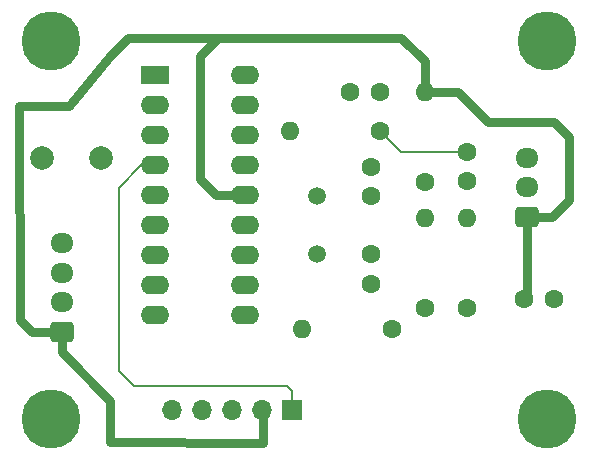
<source format=gbr>
%TF.GenerationSoftware,KiCad,Pcbnew,8.0.7-8.0.7-0~ubuntu22.04.1*%
%TF.CreationDate,2024-12-10T16:16:57+09:00*%
%TF.ProjectId,M252,4d323532-2e6b-4696-9361-645f70636258,rev?*%
%TF.SameCoordinates,Original*%
%TF.FileFunction,Copper,L1,Top*%
%TF.FilePolarity,Positive*%
%FSLAX46Y46*%
G04 Gerber Fmt 4.6, Leading zero omitted, Abs format (unit mm)*
G04 Created by KiCad (PCBNEW 8.0.7-8.0.7-0~ubuntu22.04.1) date 2024-12-10 16:16:57*
%MOMM*%
%LPD*%
G01*
G04 APERTURE LIST*
G04 Aperture macros list*
%AMRoundRect*
0 Rectangle with rounded corners*
0 $1 Rounding radius*
0 $2 $3 $4 $5 $6 $7 $8 $9 X,Y pos of 4 corners*
0 Add a 4 corners polygon primitive as box body*
4,1,4,$2,$3,$4,$5,$6,$7,$8,$9,$2,$3,0*
0 Add four circle primitives for the rounded corners*
1,1,$1+$1,$2,$3*
1,1,$1+$1,$4,$5*
1,1,$1+$1,$6,$7*
1,1,$1+$1,$8,$9*
0 Add four rect primitives between the rounded corners*
20,1,$1+$1,$2,$3,$4,$5,0*
20,1,$1+$1,$4,$5,$6,$7,0*
20,1,$1+$1,$6,$7,$8,$9,0*
20,1,$1+$1,$8,$9,$2,$3,0*%
G04 Aperture macros list end*
%TA.AperFunction,ComponentPad*%
%ADD10RoundRect,0.250000X0.725000X-0.600000X0.725000X0.600000X-0.725000X0.600000X-0.725000X-0.600000X0*%
%TD*%
%TA.AperFunction,ComponentPad*%
%ADD11O,1.950000X1.700000*%
%TD*%
%TA.AperFunction,ComponentPad*%
%ADD12C,1.600000*%
%TD*%
%TA.AperFunction,ComponentPad*%
%ADD13O,1.600000X1.600000*%
%TD*%
%TA.AperFunction,ComponentPad*%
%ADD14C,2.000000*%
%TD*%
%TA.AperFunction,ComponentPad*%
%ADD15C,5.000000*%
%TD*%
%TA.AperFunction,ComponentPad*%
%ADD16R,2.400000X1.600000*%
%TD*%
%TA.AperFunction,ComponentPad*%
%ADD17O,2.400000X1.600000*%
%TD*%
%TA.AperFunction,ComponentPad*%
%ADD18C,1.500000*%
%TD*%
%TA.AperFunction,ComponentPad*%
%ADD19R,1.700000X1.700000*%
%TD*%
%TA.AperFunction,ComponentPad*%
%ADD20O,1.700000X1.700000*%
%TD*%
%TA.AperFunction,Conductor*%
%ADD21C,0.800000*%
%TD*%
%TA.AperFunction,Conductor*%
%ADD22C,0.200000*%
%TD*%
G04 APERTURE END LIST*
D10*
%TO.P,J101,1,Pin_1*%
%TO.N,+5V*%
X104902000Y-88646000D03*
D11*
%TO.P,J101,2,Pin_2*%
%TO.N,/TB2_RX*%
X104902000Y-86146000D03*
%TO.P,J101,3,Pin_3*%
%TO.N,/TB2_TX*%
X104902000Y-83646000D03*
%TO.P,J101,4,Pin_4*%
%TO.N,GND*%
X104902000Y-81146000D03*
%TD*%
D12*
%TO.P,R101,1,1*%
%TO.N,Net-(C104-Pad1)*%
X135620000Y-75990000D03*
D13*
%TO.P,R101,2,2*%
%TO.N,+5V*%
X135620000Y-68370000D03*
%TD*%
D12*
%TO.P,C102,1,1*%
%TO.N,Net-(IC101-RA6)*%
X131064000Y-82082000D03*
%TO.P,C102,2,2*%
%TO.N,GND*%
X131064000Y-84582000D03*
%TD*%
D14*
%TO.P,SW101,1,1*%
%TO.N,Net-(C104-Pad1)*%
X108204000Y-73914000D03*
%TO.P,SW101,2,2*%
%TO.N,GND*%
X103204000Y-73914000D03*
%TD*%
D15*
%TO.P,REF\u002A\u002A,1*%
%TO.N,N/C*%
X104000000Y-96000000D03*
%TD*%
D12*
%TO.P,R104,1,1*%
%TO.N,Net-(J103-Pin_2)*%
X139192000Y-86614000D03*
D13*
%TO.P,R104,2,2*%
%TO.N,Net-(IC101-RA4)*%
X139192000Y-78994000D03*
%TD*%
D15*
%TO.P,REF\u002A\u002A,1*%
%TO.N,N/C*%
X104000000Y-64000000D03*
%TD*%
D12*
%TO.P,R105,1,1*%
%TO.N,Net-(J103-Pin_2)*%
X132810000Y-88417400D03*
D13*
%TO.P,R105,2,2*%
%TO.N,GND*%
X125190000Y-88417400D03*
%TD*%
D16*
%TO.P,IC101,1,RA2*%
%TO.N,unconnected-(IC101-RA2-Pad1)*%
X112776000Y-66929000D03*
D17*
%TO.P,IC101,2,RA3*%
%TO.N,unconnected-(IC101-RA3-Pad2)*%
X112776000Y-69469000D03*
%TO.P,IC101,3,RA4*%
%TO.N,Net-(IC101-RA4)*%
X112776000Y-72009000D03*
%TO.P,IC101,4,RA5/~{MCLR}/VPP*%
%TO.N,Net-(IC101-RA5{slash}~{MCLR}{slash}VPP)*%
X112776000Y-74549000D03*
%TO.P,IC101,5,VSS*%
%TO.N,GND*%
X112776000Y-77089000D03*
%TO.P,IC101,6,RB0*%
%TO.N,Net-(IC101-RB0)*%
X112776000Y-79629000D03*
%TO.P,IC101,7,RB1*%
%TO.N,unconnected-(IC101-RB1-Pad7)*%
X112776000Y-82169000D03*
%TO.P,IC101,8,RB2*%
%TO.N,/TB2_RX*%
X112776000Y-84709000D03*
%TO.P,IC101,9,RB3*%
%TO.N,unconnected-(IC101-RB3-Pad9)*%
X112776000Y-87249000D03*
%TO.P,IC101,10,RB4*%
%TO.N,unconnected-(IC101-RB4-Pad10)*%
X120396000Y-87249000D03*
%TO.P,IC101,11,RB5*%
%TO.N,/TB2_TX*%
X120396000Y-84709000D03*
%TO.P,IC101,12,RB6*%
%TO.N,Net-(IC101-RB6)*%
X120396000Y-82169000D03*
%TO.P,IC101,13,RB7*%
%TO.N,Net-(IC101-RB7)*%
X120396000Y-79629000D03*
%TO.P,IC101,14,VDD*%
%TO.N,+5V*%
X120396000Y-77089000D03*
%TO.P,IC101,15,RA6*%
%TO.N,Net-(IC101-RA6)*%
X120396000Y-74549000D03*
%TO.P,IC101,16,RA7*%
%TO.N,Net-(IC101-RA7)*%
X120396000Y-72009000D03*
%TO.P,IC101,17,RA0*%
%TO.N,unconnected-(IC101-RA0-Pad17)*%
X120396000Y-69469000D03*
%TO.P,IC101,18,RA1*%
%TO.N,unconnected-(IC101-RA1-Pad18)*%
X120396000Y-66929000D03*
%TD*%
D12*
%TO.P,C101,1*%
%TO.N,GND*%
X146538000Y-85852000D03*
%TO.P,C101,2*%
%TO.N,+5V*%
X144038000Y-85852000D03*
%TD*%
D18*
%TO.P,Q101,1,1*%
%TO.N,Net-(IC101-RA7)*%
X126492000Y-77162000D03*
%TO.P,Q101,2,2*%
%TO.N,Net-(IC101-RA6)*%
X126492000Y-82042000D03*
%TD*%
D12*
%TO.P,R103,1,1*%
%TO.N,Net-(IC101-RA4)*%
X131826000Y-71628000D03*
D13*
%TO.P,R103,2,2*%
%TO.N,Net-(IC101-RB0)*%
X124206000Y-71628000D03*
%TD*%
D12*
%TO.P,C104,1,1*%
%TO.N,Net-(C104-Pad1)*%
X131806000Y-68326000D03*
%TO.P,C104,2,2*%
%TO.N,GND*%
X129306000Y-68326000D03*
%TD*%
D19*
%TO.P,J102,1,Pin_1*%
%TO.N,Net-(IC101-RA5{slash}~{MCLR}{slash}VPP)*%
X124420000Y-95250000D03*
D20*
%TO.P,J102,2,Pin_2*%
%TO.N,+5V*%
X121880000Y-95250000D03*
%TO.P,J102,3,Pin_3*%
%TO.N,GND*%
X119340000Y-95250000D03*
%TO.P,J102,4,Pin_4*%
%TO.N,Net-(IC101-RB7)*%
X116800000Y-95250000D03*
%TO.P,J102,5,Pin_5*%
%TO.N,Net-(IC101-RB6)*%
X114260000Y-95250000D03*
%TD*%
D12*
%TO.P,C105,1,1*%
%TO.N,Net-(IC101-RA4)*%
X139192000Y-73426000D03*
%TO.P,C105,2,2*%
%TO.N,GND*%
X139192000Y-75926000D03*
%TD*%
D15*
%TO.P,REF\u002A\u002A,1*%
%TO.N,N/C*%
X146000000Y-64000000D03*
%TD*%
D12*
%TO.P,R102,1,1*%
%TO.N,Net-(IC101-RA5{slash}~{MCLR}{slash}VPP)*%
X135625000Y-86620000D03*
D13*
%TO.P,R102,2,2*%
%TO.N,Net-(C104-Pad1)*%
X135625000Y-79000000D03*
%TD*%
D10*
%TO.P,J103,1,Pin_1*%
%TO.N,+5V*%
X144304000Y-78918000D03*
D11*
%TO.P,J103,2,Pin_2*%
%TO.N,Net-(J103-Pin_2)*%
X144304000Y-76418000D03*
%TO.P,J103,3,Pin_3*%
%TO.N,unconnected-(J103-Pin_3-Pad3)*%
X144304000Y-73918000D03*
%TD*%
D15*
%TO.P,REF\u002A\u002A,1*%
%TO.N,N/C*%
X146000000Y-96000000D03*
%TD*%
D12*
%TO.P,C103,1,1*%
%TO.N,Net-(IC101-RA7)*%
X131038600Y-77165200D03*
%TO.P,C103,2,2*%
%TO.N,GND*%
X131038600Y-74665200D03*
%TD*%
D21*
%TO.N,+5V*%
X105500000Y-69500000D02*
X101250000Y-69500000D01*
X144304000Y-85586000D02*
X144038000Y-85852000D01*
X109000000Y-98000000D02*
X121920000Y-98044000D01*
X147828000Y-77470000D02*
X146380000Y-78918000D01*
X135620000Y-68370000D02*
X135620000Y-65770000D01*
X110490000Y-63754000D02*
X108966000Y-65278000D01*
X135620000Y-65770000D02*
X133604000Y-63754000D01*
X118110000Y-63754000D02*
X116586000Y-65278000D01*
X109000000Y-98000000D02*
X109000000Y-94500000D01*
X104902000Y-90402000D02*
X104902000Y-88646000D01*
X133604000Y-63754000D02*
X118110000Y-63754000D01*
X108966000Y-65278000D02*
X105500000Y-69500000D01*
X147828000Y-72136000D02*
X147828000Y-77470000D01*
X138474000Y-68370000D02*
X140970000Y-70866000D01*
X140970000Y-70866000D02*
X146558000Y-70866000D01*
X121920000Y-98044000D02*
X121920000Y-95250000D01*
X101250000Y-69500000D02*
X101346000Y-87630000D01*
X116586000Y-65278000D02*
X116586000Y-74422000D01*
X135620000Y-68370000D02*
X138474000Y-68370000D01*
X102362000Y-88646000D02*
X104902000Y-88646000D01*
X116586000Y-74422000D02*
X116586000Y-75692000D01*
X146558000Y-70866000D02*
X147828000Y-72136000D01*
X101346000Y-87630000D02*
X102362000Y-88646000D01*
X116586000Y-75692000D02*
X117983000Y-77089000D01*
X144304000Y-78918000D02*
X144304000Y-85586000D01*
X117983000Y-77089000D02*
X120396000Y-77089000D01*
X109000000Y-94500000D02*
X104902000Y-90402000D01*
X146380000Y-78918000D02*
X144304000Y-78918000D01*
X118110000Y-63754000D02*
X110490000Y-63754000D01*
D22*
%TO.N,Net-(IC101-RA4)*%
X131826000Y-71628000D02*
X133624000Y-73426000D01*
X133624000Y-73426000D02*
X139192000Y-73426000D01*
%TO.N,Net-(IC101-RA5{slash}~{MCLR}{slash}VPP)*%
X109728000Y-91948000D02*
X110998000Y-93218000D01*
X111633000Y-74549000D02*
X109728000Y-76454000D01*
X124420000Y-93686000D02*
X124420000Y-95250000D01*
X123952000Y-93218000D02*
X124420000Y-93686000D01*
X110998000Y-93218000D02*
X123952000Y-93218000D01*
X112776000Y-74549000D02*
X111633000Y-74549000D01*
X109728000Y-76454000D02*
X109728000Y-91948000D01*
%TD*%
M02*

</source>
